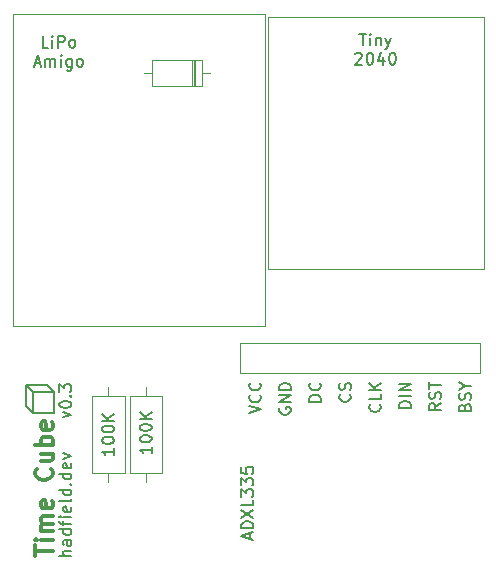
<source format=gbr>
%TF.GenerationSoftware,KiCad,Pcbnew,6.0.2+dfsg-1*%
%TF.CreationDate,2022-08-14T14:56:28+10:00*%
%TF.ProjectId,pcb,7063622e-6b69-4636-9164-5f7063625858,rev?*%
%TF.SameCoordinates,Original*%
%TF.FileFunction,Legend,Top*%
%TF.FilePolarity,Positive*%
%FSLAX46Y46*%
G04 Gerber Fmt 4.6, Leading zero omitted, Abs format (unit mm)*
G04 Created by KiCad (PCBNEW 6.0.2+dfsg-1) date 2022-08-14 14:56:28*
%MOMM*%
%LPD*%
G01*
G04 APERTURE LIST*
%ADD10C,0.200000*%
%ADD11C,0.150000*%
%ADD12C,0.300000*%
%ADD13C,0.120000*%
G04 APERTURE END LIST*
D10*
X101800000Y-102000000D02*
X101200000Y-101400000D01*
X103000000Y-101400000D02*
X103600000Y-102000000D01*
X101200000Y-101400000D02*
X103000000Y-101400000D01*
X101200000Y-103200000D02*
X101200000Y-101400000D01*
X101800000Y-103800000D02*
X101200000Y-103200000D01*
X103600000Y-103800000D02*
X101800000Y-103800000D01*
X101800000Y-103800000D02*
X101800000Y-102000000D01*
X101800000Y-102000000D02*
X103600000Y-102000000D01*
X103600000Y-102000000D02*
X103600000Y-103800000D01*
D11*
X122690000Y-103348214D02*
X122642380Y-103443452D01*
X122642380Y-103586309D01*
X122690000Y-103729166D01*
X122785238Y-103824404D01*
X122880476Y-103872023D01*
X123070952Y-103919642D01*
X123213809Y-103919642D01*
X123404285Y-103872023D01*
X123499523Y-103824404D01*
X123594761Y-103729166D01*
X123642380Y-103586309D01*
X123642380Y-103491071D01*
X123594761Y-103348214D01*
X123547142Y-103300595D01*
X123213809Y-103300595D01*
X123213809Y-103491071D01*
X123642380Y-102872023D02*
X122642380Y-102872023D01*
X123642380Y-102300595D01*
X122642380Y-102300595D01*
X123642380Y-101824404D02*
X122642380Y-101824404D01*
X122642380Y-101586309D01*
X122690000Y-101443452D01*
X122785238Y-101348214D01*
X122880476Y-101300595D01*
X123070952Y-101252976D01*
X123213809Y-101252976D01*
X123404285Y-101300595D01*
X123499523Y-101348214D01*
X123594761Y-101443452D01*
X123642380Y-101586309D01*
X123642380Y-101824404D01*
X131167142Y-103062500D02*
X131214761Y-103110119D01*
X131262380Y-103252976D01*
X131262380Y-103348214D01*
X131214761Y-103491071D01*
X131119523Y-103586309D01*
X131024285Y-103633928D01*
X130833809Y-103681547D01*
X130690952Y-103681547D01*
X130500476Y-103633928D01*
X130405238Y-103586309D01*
X130310000Y-103491071D01*
X130262380Y-103348214D01*
X130262380Y-103252976D01*
X130310000Y-103110119D01*
X130357619Y-103062500D01*
X131262380Y-102157738D02*
X131262380Y-102633928D01*
X130262380Y-102633928D01*
X131262380Y-101824404D02*
X130262380Y-101824404D01*
X131262380Y-101252976D02*
X130690952Y-101681547D01*
X130262380Y-101252976D02*
X130833809Y-101824404D01*
X120166666Y-114447619D02*
X120166666Y-113971428D01*
X120452380Y-114542857D02*
X119452380Y-114209523D01*
X120452380Y-113876190D01*
X120452380Y-113542857D02*
X119452380Y-113542857D01*
X119452380Y-113304761D01*
X119500000Y-113161904D01*
X119595238Y-113066666D01*
X119690476Y-113019047D01*
X119880952Y-112971428D01*
X120023809Y-112971428D01*
X120214285Y-113019047D01*
X120309523Y-113066666D01*
X120404761Y-113161904D01*
X120452380Y-113304761D01*
X120452380Y-113542857D01*
X119452380Y-112638095D02*
X120452380Y-111971428D01*
X119452380Y-111971428D02*
X120452380Y-112638095D01*
X120452380Y-111114285D02*
X120452380Y-111590476D01*
X119452380Y-111590476D01*
X119452380Y-110876190D02*
X119452380Y-110257142D01*
X119833333Y-110590476D01*
X119833333Y-110447619D01*
X119880952Y-110352380D01*
X119928571Y-110304761D01*
X120023809Y-110257142D01*
X120261904Y-110257142D01*
X120357142Y-110304761D01*
X120404761Y-110352380D01*
X120452380Y-110447619D01*
X120452380Y-110733333D01*
X120404761Y-110828571D01*
X120357142Y-110876190D01*
X119452380Y-109923809D02*
X119452380Y-109304761D01*
X119833333Y-109638095D01*
X119833333Y-109495238D01*
X119880952Y-109400000D01*
X119928571Y-109352380D01*
X120023809Y-109304761D01*
X120261904Y-109304761D01*
X120357142Y-109352380D01*
X120404761Y-109400000D01*
X120452380Y-109495238D01*
X120452380Y-109780952D01*
X120404761Y-109876190D01*
X120357142Y-109923809D01*
X119452380Y-108400000D02*
X119452380Y-108876190D01*
X119928571Y-108923809D01*
X119880952Y-108876190D01*
X119833333Y-108780952D01*
X119833333Y-108542857D01*
X119880952Y-108447619D01*
X119928571Y-108400000D01*
X120023809Y-108352380D01*
X120261904Y-108352380D01*
X120357142Y-108400000D01*
X120404761Y-108447619D01*
X120452380Y-108542857D01*
X120452380Y-108780952D01*
X120404761Y-108876190D01*
X120357142Y-108923809D01*
X129452857Y-71672380D02*
X130024285Y-71672380D01*
X129738571Y-72672380D02*
X129738571Y-71672380D01*
X130357619Y-72672380D02*
X130357619Y-72005714D01*
X130357619Y-71672380D02*
X130310000Y-71720000D01*
X130357619Y-71767619D01*
X130405238Y-71720000D01*
X130357619Y-71672380D01*
X130357619Y-71767619D01*
X130833809Y-72005714D02*
X130833809Y-72672380D01*
X130833809Y-72100952D02*
X130881428Y-72053333D01*
X130976666Y-72005714D01*
X131119523Y-72005714D01*
X131214761Y-72053333D01*
X131262380Y-72148571D01*
X131262380Y-72672380D01*
X131643333Y-72005714D02*
X131881428Y-72672380D01*
X132119523Y-72005714D02*
X131881428Y-72672380D01*
X131786190Y-72910476D01*
X131738571Y-72958095D01*
X131643333Y-73005714D01*
X129095714Y-73377619D02*
X129143333Y-73330000D01*
X129238571Y-73282380D01*
X129476666Y-73282380D01*
X129571904Y-73330000D01*
X129619523Y-73377619D01*
X129667142Y-73472857D01*
X129667142Y-73568095D01*
X129619523Y-73710952D01*
X129048095Y-74282380D01*
X129667142Y-74282380D01*
X130286190Y-73282380D02*
X130381428Y-73282380D01*
X130476666Y-73330000D01*
X130524285Y-73377619D01*
X130571904Y-73472857D01*
X130619523Y-73663333D01*
X130619523Y-73901428D01*
X130571904Y-74091904D01*
X130524285Y-74187142D01*
X130476666Y-74234761D01*
X130381428Y-74282380D01*
X130286190Y-74282380D01*
X130190952Y-74234761D01*
X130143333Y-74187142D01*
X130095714Y-74091904D01*
X130048095Y-73901428D01*
X130048095Y-73663333D01*
X130095714Y-73472857D01*
X130143333Y-73377619D01*
X130190952Y-73330000D01*
X130286190Y-73282380D01*
X131476666Y-73615714D02*
X131476666Y-74282380D01*
X131238571Y-73234761D02*
X131000476Y-73949047D01*
X131619523Y-73949047D01*
X132190952Y-73282380D02*
X132286190Y-73282380D01*
X132381428Y-73330000D01*
X132429047Y-73377619D01*
X132476666Y-73472857D01*
X132524285Y-73663333D01*
X132524285Y-73901428D01*
X132476666Y-74091904D01*
X132429047Y-74187142D01*
X132381428Y-74234761D01*
X132286190Y-74282380D01*
X132190952Y-74282380D01*
X132095714Y-74234761D01*
X132048095Y-74187142D01*
X132000476Y-74091904D01*
X131952857Y-73901428D01*
X131952857Y-73663333D01*
X132000476Y-73472857D01*
X132048095Y-73377619D01*
X132095714Y-73330000D01*
X132190952Y-73282380D01*
X104385714Y-104159642D02*
X105052380Y-103921547D01*
X104385714Y-103683452D01*
X104052380Y-103112023D02*
X104052380Y-103016785D01*
X104100000Y-102921547D01*
X104147619Y-102873928D01*
X104242857Y-102826309D01*
X104433333Y-102778690D01*
X104671428Y-102778690D01*
X104861904Y-102826309D01*
X104957142Y-102873928D01*
X105004761Y-102921547D01*
X105052380Y-103016785D01*
X105052380Y-103112023D01*
X105004761Y-103207261D01*
X104957142Y-103254880D01*
X104861904Y-103302500D01*
X104671428Y-103350119D01*
X104433333Y-103350119D01*
X104242857Y-103302500D01*
X104147619Y-103254880D01*
X104100000Y-103207261D01*
X104052380Y-103112023D01*
X104957142Y-102350119D02*
X105004761Y-102302500D01*
X105052380Y-102350119D01*
X105004761Y-102397738D01*
X104957142Y-102350119D01*
X105052380Y-102350119D01*
X104052380Y-101969166D02*
X104052380Y-101350119D01*
X104433333Y-101683452D01*
X104433333Y-101540595D01*
X104480952Y-101445357D01*
X104528571Y-101397738D01*
X104623809Y-101350119D01*
X104861904Y-101350119D01*
X104957142Y-101397738D01*
X105004761Y-101445357D01*
X105052380Y-101540595D01*
X105052380Y-101826309D01*
X105004761Y-101921547D01*
X104957142Y-101969166D01*
X138358571Y-103300595D02*
X138406190Y-103157738D01*
X138453809Y-103110119D01*
X138549047Y-103062500D01*
X138691904Y-103062500D01*
X138787142Y-103110119D01*
X138834761Y-103157738D01*
X138882380Y-103252976D01*
X138882380Y-103633928D01*
X137882380Y-103633928D01*
X137882380Y-103300595D01*
X137930000Y-103205357D01*
X137977619Y-103157738D01*
X138072857Y-103110119D01*
X138168095Y-103110119D01*
X138263333Y-103157738D01*
X138310952Y-103205357D01*
X138358571Y-103300595D01*
X138358571Y-103633928D01*
X138834761Y-102681547D02*
X138882380Y-102538690D01*
X138882380Y-102300595D01*
X138834761Y-102205357D01*
X138787142Y-102157738D01*
X138691904Y-102110119D01*
X138596666Y-102110119D01*
X138501428Y-102157738D01*
X138453809Y-102205357D01*
X138406190Y-102300595D01*
X138358571Y-102491071D01*
X138310952Y-102586309D01*
X138263333Y-102633928D01*
X138168095Y-102681547D01*
X138072857Y-102681547D01*
X137977619Y-102633928D01*
X137930000Y-102586309D01*
X137882380Y-102491071D01*
X137882380Y-102252976D01*
X137930000Y-102110119D01*
X138406190Y-101491071D02*
X138882380Y-101491071D01*
X137882380Y-101824404D02*
X138406190Y-101491071D01*
X137882380Y-101157738D01*
X128627142Y-102205357D02*
X128674761Y-102252976D01*
X128722380Y-102395833D01*
X128722380Y-102491071D01*
X128674761Y-102633928D01*
X128579523Y-102729166D01*
X128484285Y-102776785D01*
X128293809Y-102824404D01*
X128150952Y-102824404D01*
X127960476Y-102776785D01*
X127865238Y-102729166D01*
X127770000Y-102633928D01*
X127722380Y-102491071D01*
X127722380Y-102395833D01*
X127770000Y-102252976D01*
X127817619Y-102205357D01*
X128674761Y-101824404D02*
X128722380Y-101681547D01*
X128722380Y-101443452D01*
X128674761Y-101348214D01*
X128627142Y-101300595D01*
X128531904Y-101252976D01*
X128436666Y-101252976D01*
X128341428Y-101300595D01*
X128293809Y-101348214D01*
X128246190Y-101443452D01*
X128198571Y-101633928D01*
X128150952Y-101729166D01*
X128103333Y-101776785D01*
X128008095Y-101824404D01*
X127912857Y-101824404D01*
X127817619Y-101776785D01*
X127770000Y-101729166D01*
X127722380Y-101633928D01*
X127722380Y-101395833D01*
X127770000Y-101252976D01*
X105052380Y-115864404D02*
X104052380Y-115864404D01*
X105052380Y-115435833D02*
X104528571Y-115435833D01*
X104433333Y-115483452D01*
X104385714Y-115578690D01*
X104385714Y-115721547D01*
X104433333Y-115816785D01*
X104480952Y-115864404D01*
X105052380Y-114531071D02*
X104528571Y-114531071D01*
X104433333Y-114578690D01*
X104385714Y-114673928D01*
X104385714Y-114864404D01*
X104433333Y-114959642D01*
X105004761Y-114531071D02*
X105052380Y-114626309D01*
X105052380Y-114864404D01*
X105004761Y-114959642D01*
X104909523Y-115007261D01*
X104814285Y-115007261D01*
X104719047Y-114959642D01*
X104671428Y-114864404D01*
X104671428Y-114626309D01*
X104623809Y-114531071D01*
X105052380Y-113626309D02*
X104052380Y-113626309D01*
X105004761Y-113626309D02*
X105052380Y-113721547D01*
X105052380Y-113912023D01*
X105004761Y-114007261D01*
X104957142Y-114054880D01*
X104861904Y-114102500D01*
X104576190Y-114102500D01*
X104480952Y-114054880D01*
X104433333Y-114007261D01*
X104385714Y-113912023D01*
X104385714Y-113721547D01*
X104433333Y-113626309D01*
X104385714Y-113292976D02*
X104385714Y-112912023D01*
X105052380Y-113150119D02*
X104195238Y-113150119D01*
X104100000Y-113102500D01*
X104052380Y-113007261D01*
X104052380Y-112912023D01*
X105052380Y-112578690D02*
X104385714Y-112578690D01*
X104052380Y-112578690D02*
X104100000Y-112626309D01*
X104147619Y-112578690D01*
X104100000Y-112531071D01*
X104052380Y-112578690D01*
X104147619Y-112578690D01*
X105004761Y-111721547D02*
X105052380Y-111816785D01*
X105052380Y-112007261D01*
X105004761Y-112102500D01*
X104909523Y-112150119D01*
X104528571Y-112150119D01*
X104433333Y-112102500D01*
X104385714Y-112007261D01*
X104385714Y-111816785D01*
X104433333Y-111721547D01*
X104528571Y-111673928D01*
X104623809Y-111673928D01*
X104719047Y-112150119D01*
X105052380Y-111102500D02*
X105004761Y-111197738D01*
X104909523Y-111245357D01*
X104052380Y-111245357D01*
X105052380Y-110292976D02*
X104052380Y-110292976D01*
X105004761Y-110292976D02*
X105052380Y-110388214D01*
X105052380Y-110578690D01*
X105004761Y-110673928D01*
X104957142Y-110721547D01*
X104861904Y-110769166D01*
X104576190Y-110769166D01*
X104480952Y-110721547D01*
X104433333Y-110673928D01*
X104385714Y-110578690D01*
X104385714Y-110388214D01*
X104433333Y-110292976D01*
X104957142Y-109816785D02*
X105004761Y-109769166D01*
X105052380Y-109816785D01*
X105004761Y-109864404D01*
X104957142Y-109816785D01*
X105052380Y-109816785D01*
X105052380Y-108912023D02*
X104052380Y-108912023D01*
X105004761Y-108912023D02*
X105052380Y-109007261D01*
X105052380Y-109197738D01*
X105004761Y-109292976D01*
X104957142Y-109340595D01*
X104861904Y-109388214D01*
X104576190Y-109388214D01*
X104480952Y-109340595D01*
X104433333Y-109292976D01*
X104385714Y-109197738D01*
X104385714Y-109007261D01*
X104433333Y-108912023D01*
X105004761Y-108054880D02*
X105052380Y-108150119D01*
X105052380Y-108340595D01*
X105004761Y-108435833D01*
X104909523Y-108483452D01*
X104528571Y-108483452D01*
X104433333Y-108435833D01*
X104385714Y-108340595D01*
X104385714Y-108150119D01*
X104433333Y-108054880D01*
X104528571Y-108007261D01*
X104623809Y-108007261D01*
X104719047Y-108483452D01*
X104385714Y-107673928D02*
X105052380Y-107435833D01*
X104385714Y-107197738D01*
X126182380Y-102824404D02*
X125182380Y-102824404D01*
X125182380Y-102586309D01*
X125230000Y-102443452D01*
X125325238Y-102348214D01*
X125420476Y-102300595D01*
X125610952Y-102252976D01*
X125753809Y-102252976D01*
X125944285Y-102300595D01*
X126039523Y-102348214D01*
X126134761Y-102443452D01*
X126182380Y-102586309D01*
X126182380Y-102824404D01*
X126087142Y-101252976D02*
X126134761Y-101300595D01*
X126182380Y-101443452D01*
X126182380Y-101538690D01*
X126134761Y-101681547D01*
X126039523Y-101776785D01*
X125944285Y-101824404D01*
X125753809Y-101872023D01*
X125610952Y-101872023D01*
X125420476Y-101824404D01*
X125325238Y-101776785D01*
X125230000Y-101681547D01*
X125182380Y-101538690D01*
X125182380Y-101443452D01*
X125230000Y-101300595D01*
X125277619Y-101252976D01*
X103119047Y-72847380D02*
X102642857Y-72847380D01*
X102642857Y-71847380D01*
X103452380Y-72847380D02*
X103452380Y-72180714D01*
X103452380Y-71847380D02*
X103404761Y-71895000D01*
X103452380Y-71942619D01*
X103500000Y-71895000D01*
X103452380Y-71847380D01*
X103452380Y-71942619D01*
X103928571Y-72847380D02*
X103928571Y-71847380D01*
X104309523Y-71847380D01*
X104404761Y-71895000D01*
X104452380Y-71942619D01*
X104500000Y-72037857D01*
X104500000Y-72180714D01*
X104452380Y-72275952D01*
X104404761Y-72323571D01*
X104309523Y-72371190D01*
X103928571Y-72371190D01*
X105071428Y-72847380D02*
X104976190Y-72799761D01*
X104928571Y-72752142D01*
X104880952Y-72656904D01*
X104880952Y-72371190D01*
X104928571Y-72275952D01*
X104976190Y-72228333D01*
X105071428Y-72180714D01*
X105214285Y-72180714D01*
X105309523Y-72228333D01*
X105357142Y-72275952D01*
X105404761Y-72371190D01*
X105404761Y-72656904D01*
X105357142Y-72752142D01*
X105309523Y-72799761D01*
X105214285Y-72847380D01*
X105071428Y-72847380D01*
X101952380Y-74171666D02*
X102428571Y-74171666D01*
X101857142Y-74457380D02*
X102190476Y-73457380D01*
X102523809Y-74457380D01*
X102857142Y-74457380D02*
X102857142Y-73790714D01*
X102857142Y-73885952D02*
X102904761Y-73838333D01*
X103000000Y-73790714D01*
X103142857Y-73790714D01*
X103238095Y-73838333D01*
X103285714Y-73933571D01*
X103285714Y-74457380D01*
X103285714Y-73933571D02*
X103333333Y-73838333D01*
X103428571Y-73790714D01*
X103571428Y-73790714D01*
X103666666Y-73838333D01*
X103714285Y-73933571D01*
X103714285Y-74457380D01*
X104190476Y-74457380D02*
X104190476Y-73790714D01*
X104190476Y-73457380D02*
X104142857Y-73505000D01*
X104190476Y-73552619D01*
X104238095Y-73505000D01*
X104190476Y-73457380D01*
X104190476Y-73552619D01*
X105095238Y-73790714D02*
X105095238Y-74600238D01*
X105047619Y-74695476D01*
X105000000Y-74743095D01*
X104904761Y-74790714D01*
X104761904Y-74790714D01*
X104666666Y-74743095D01*
X105095238Y-74409761D02*
X105000000Y-74457380D01*
X104809523Y-74457380D01*
X104714285Y-74409761D01*
X104666666Y-74362142D01*
X104619047Y-74266904D01*
X104619047Y-73981190D01*
X104666666Y-73885952D01*
X104714285Y-73838333D01*
X104809523Y-73790714D01*
X105000000Y-73790714D01*
X105095238Y-73838333D01*
X105714285Y-74457380D02*
X105619047Y-74409761D01*
X105571428Y-74362142D01*
X105523809Y-74266904D01*
X105523809Y-73981190D01*
X105571428Y-73885952D01*
X105619047Y-73838333D01*
X105714285Y-73790714D01*
X105857142Y-73790714D01*
X105952380Y-73838333D01*
X106000000Y-73885952D01*
X106047619Y-73981190D01*
X106047619Y-74266904D01*
X106000000Y-74362142D01*
X105952380Y-74409761D01*
X105857142Y-74457380D01*
X105714285Y-74457380D01*
X120102380Y-103824404D02*
X121102380Y-103491071D01*
X120102380Y-103157738D01*
X121007142Y-102252976D02*
X121054761Y-102300595D01*
X121102380Y-102443452D01*
X121102380Y-102538690D01*
X121054761Y-102681547D01*
X120959523Y-102776785D01*
X120864285Y-102824404D01*
X120673809Y-102872023D01*
X120530952Y-102872023D01*
X120340476Y-102824404D01*
X120245238Y-102776785D01*
X120150000Y-102681547D01*
X120102380Y-102538690D01*
X120102380Y-102443452D01*
X120150000Y-102300595D01*
X120197619Y-102252976D01*
X121007142Y-101252976D02*
X121054761Y-101300595D01*
X121102380Y-101443452D01*
X121102380Y-101538690D01*
X121054761Y-101681547D01*
X120959523Y-101776785D01*
X120864285Y-101824404D01*
X120673809Y-101872023D01*
X120530952Y-101872023D01*
X120340476Y-101824404D01*
X120245238Y-101776785D01*
X120150000Y-101681547D01*
X120102380Y-101538690D01*
X120102380Y-101443452D01*
X120150000Y-101300595D01*
X120197619Y-101252976D01*
X136342380Y-102967261D02*
X135866190Y-103300595D01*
X136342380Y-103538690D02*
X135342380Y-103538690D01*
X135342380Y-103157738D01*
X135390000Y-103062500D01*
X135437619Y-103014880D01*
X135532857Y-102967261D01*
X135675714Y-102967261D01*
X135770952Y-103014880D01*
X135818571Y-103062500D01*
X135866190Y-103157738D01*
X135866190Y-103538690D01*
X136294761Y-102586309D02*
X136342380Y-102443452D01*
X136342380Y-102205357D01*
X136294761Y-102110119D01*
X136247142Y-102062500D01*
X136151904Y-102014880D01*
X136056666Y-102014880D01*
X135961428Y-102062500D01*
X135913809Y-102110119D01*
X135866190Y-102205357D01*
X135818571Y-102395833D01*
X135770952Y-102491071D01*
X135723333Y-102538690D01*
X135628095Y-102586309D01*
X135532857Y-102586309D01*
X135437619Y-102538690D01*
X135390000Y-102491071D01*
X135342380Y-102395833D01*
X135342380Y-102157738D01*
X135390000Y-102014880D01*
X135342380Y-101729166D02*
X135342380Y-101157738D01*
X136342380Y-101443452D02*
X135342380Y-101443452D01*
X133802380Y-103348214D02*
X132802380Y-103348214D01*
X132802380Y-103110119D01*
X132850000Y-102967261D01*
X132945238Y-102872023D01*
X133040476Y-102824404D01*
X133230952Y-102776785D01*
X133373809Y-102776785D01*
X133564285Y-102824404D01*
X133659523Y-102872023D01*
X133754761Y-102967261D01*
X133802380Y-103110119D01*
X133802380Y-103348214D01*
X133802380Y-102348214D02*
X132802380Y-102348214D01*
X133802380Y-101872023D02*
X132802380Y-101872023D01*
X133802380Y-101300595D01*
X132802380Y-101300595D01*
D12*
X101978571Y-115862142D02*
X101978571Y-115005000D01*
X103478571Y-115433571D02*
X101978571Y-115433571D01*
X103478571Y-114505000D02*
X102478571Y-114505000D01*
X101978571Y-114505000D02*
X102050000Y-114576428D01*
X102121428Y-114505000D01*
X102050000Y-114433571D01*
X101978571Y-114505000D01*
X102121428Y-114505000D01*
X103478571Y-113790714D02*
X102478571Y-113790714D01*
X102621428Y-113790714D02*
X102550000Y-113719285D01*
X102478571Y-113576428D01*
X102478571Y-113362142D01*
X102550000Y-113219285D01*
X102692857Y-113147857D01*
X103478571Y-113147857D01*
X102692857Y-113147857D02*
X102550000Y-113076428D01*
X102478571Y-112933571D01*
X102478571Y-112719285D01*
X102550000Y-112576428D01*
X102692857Y-112505000D01*
X103478571Y-112505000D01*
X103407142Y-111219285D02*
X103478571Y-111362142D01*
X103478571Y-111647857D01*
X103407142Y-111790714D01*
X103264285Y-111862142D01*
X102692857Y-111862142D01*
X102550000Y-111790714D01*
X102478571Y-111647857D01*
X102478571Y-111362142D01*
X102550000Y-111219285D01*
X102692857Y-111147857D01*
X102835714Y-111147857D01*
X102978571Y-111862142D01*
X103335714Y-108505000D02*
X103407142Y-108576428D01*
X103478571Y-108790714D01*
X103478571Y-108933571D01*
X103407142Y-109147857D01*
X103264285Y-109290714D01*
X103121428Y-109362142D01*
X102835714Y-109433571D01*
X102621428Y-109433571D01*
X102335714Y-109362142D01*
X102192857Y-109290714D01*
X102050000Y-109147857D01*
X101978571Y-108933571D01*
X101978571Y-108790714D01*
X102050000Y-108576428D01*
X102121428Y-108505000D01*
X102478571Y-107219285D02*
X103478571Y-107219285D01*
X102478571Y-107862142D02*
X103264285Y-107862142D01*
X103407142Y-107790714D01*
X103478571Y-107647857D01*
X103478571Y-107433571D01*
X103407142Y-107290714D01*
X103335714Y-107219285D01*
X103478571Y-106505000D02*
X101978571Y-106505000D01*
X102550000Y-106505000D02*
X102478571Y-106362142D01*
X102478571Y-106076428D01*
X102550000Y-105933571D01*
X102621428Y-105862142D01*
X102764285Y-105790714D01*
X103192857Y-105790714D01*
X103335714Y-105862142D01*
X103407142Y-105933571D01*
X103478571Y-106076428D01*
X103478571Y-106362142D01*
X103407142Y-106505000D01*
X103407142Y-104576428D02*
X103478571Y-104719285D01*
X103478571Y-105005000D01*
X103407142Y-105147857D01*
X103264285Y-105219285D01*
X102692857Y-105219285D01*
X102550000Y-105147857D01*
X102478571Y-105005000D01*
X102478571Y-104719285D01*
X102550000Y-104576428D01*
X102692857Y-104505000D01*
X102835714Y-104505000D01*
X102978571Y-105219285D01*
D11*
%TO.C,R1*%
X108647380Y-106766666D02*
X108647380Y-107338095D01*
X108647380Y-107052380D02*
X107647380Y-107052380D01*
X107790238Y-107147619D01*
X107885476Y-107242857D01*
X107933095Y-107338095D01*
X107647380Y-106147619D02*
X107647380Y-106052380D01*
X107695000Y-105957142D01*
X107742619Y-105909523D01*
X107837857Y-105861904D01*
X108028333Y-105814285D01*
X108266428Y-105814285D01*
X108456904Y-105861904D01*
X108552142Y-105909523D01*
X108599761Y-105957142D01*
X108647380Y-106052380D01*
X108647380Y-106147619D01*
X108599761Y-106242857D01*
X108552142Y-106290476D01*
X108456904Y-106338095D01*
X108266428Y-106385714D01*
X108028333Y-106385714D01*
X107837857Y-106338095D01*
X107742619Y-106290476D01*
X107695000Y-106242857D01*
X107647380Y-106147619D01*
X107647380Y-105195238D02*
X107647380Y-105100000D01*
X107695000Y-105004761D01*
X107742619Y-104957142D01*
X107837857Y-104909523D01*
X108028333Y-104861904D01*
X108266428Y-104861904D01*
X108456904Y-104909523D01*
X108552142Y-104957142D01*
X108599761Y-105004761D01*
X108647380Y-105100000D01*
X108647380Y-105195238D01*
X108599761Y-105290476D01*
X108552142Y-105338095D01*
X108456904Y-105385714D01*
X108266428Y-105433333D01*
X108028333Y-105433333D01*
X107837857Y-105385714D01*
X107742619Y-105338095D01*
X107695000Y-105290476D01*
X107647380Y-105195238D01*
X108647380Y-104433333D02*
X107647380Y-104433333D01*
X108647380Y-103861904D02*
X108075952Y-104290476D01*
X107647380Y-103861904D02*
X108218809Y-104433333D01*
%TO.C,R2*%
X111852380Y-106639666D02*
X111852380Y-107211095D01*
X111852380Y-106925380D02*
X110852380Y-106925380D01*
X110995238Y-107020619D01*
X111090476Y-107115857D01*
X111138095Y-107211095D01*
X110852380Y-106020619D02*
X110852380Y-105925380D01*
X110900000Y-105830142D01*
X110947619Y-105782523D01*
X111042857Y-105734904D01*
X111233333Y-105687285D01*
X111471428Y-105687285D01*
X111661904Y-105734904D01*
X111757142Y-105782523D01*
X111804761Y-105830142D01*
X111852380Y-105925380D01*
X111852380Y-106020619D01*
X111804761Y-106115857D01*
X111757142Y-106163476D01*
X111661904Y-106211095D01*
X111471428Y-106258714D01*
X111233333Y-106258714D01*
X111042857Y-106211095D01*
X110947619Y-106163476D01*
X110900000Y-106115857D01*
X110852380Y-106020619D01*
X110852380Y-105068238D02*
X110852380Y-104973000D01*
X110900000Y-104877761D01*
X110947619Y-104830142D01*
X111042857Y-104782523D01*
X111233333Y-104734904D01*
X111471428Y-104734904D01*
X111661904Y-104782523D01*
X111757142Y-104830142D01*
X111804761Y-104877761D01*
X111852380Y-104973000D01*
X111852380Y-105068238D01*
X111804761Y-105163476D01*
X111757142Y-105211095D01*
X111661904Y-105258714D01*
X111471428Y-105306333D01*
X111233333Y-105306333D01*
X111042857Y-105258714D01*
X110947619Y-105211095D01*
X110900000Y-105163476D01*
X110852380Y-105068238D01*
X111852380Y-104306333D02*
X110852380Y-104306333D01*
X111852380Y-103734904D02*
X111280952Y-104163476D01*
X110852380Y-103734904D02*
X111423809Y-104306333D01*
D13*
%TO.C,U5*%
X119320000Y-100425000D02*
X139640000Y-100425000D01*
X139640000Y-100425000D02*
X139640000Y-97885000D01*
X139640000Y-97885000D02*
X119320000Y-97885000D01*
X119320000Y-97885000D02*
X119320000Y-100425000D01*
%TO.C,U3*%
X121666000Y-70231000D02*
X139954000Y-70231000D01*
X139954000Y-70231000D02*
X139954000Y-91567000D01*
X139954000Y-91567000D02*
X121666000Y-91567000D01*
X121666000Y-91567000D02*
X121666000Y-70231000D01*
%TO.C,R1*%
X106830000Y-102330000D02*
X106830000Y-108870000D01*
X109570000Y-108870000D02*
X109570000Y-102330000D01*
X108200000Y-109640000D02*
X108200000Y-108870000D01*
X109570000Y-102330000D02*
X106830000Y-102330000D01*
X108200000Y-101560000D02*
X108200000Y-102330000D01*
X106830000Y-108870000D02*
X109570000Y-108870000D01*
%TO.C,D1*%
X115400000Y-76120000D02*
X115400000Y-73880000D01*
X111880000Y-76120000D02*
X116120000Y-76120000D01*
X116120000Y-76120000D02*
X116120000Y-73880000D01*
X111880000Y-73880000D02*
X111880000Y-76120000D01*
X115280000Y-76120000D02*
X115280000Y-73880000D01*
X116120000Y-73880000D02*
X111880000Y-73880000D01*
X115520000Y-76120000D02*
X115520000Y-73880000D01*
X116770000Y-75000000D02*
X116120000Y-75000000D01*
X111230000Y-75000000D02*
X111880000Y-75000000D01*
%TO.C,U1*%
X100076000Y-69977000D02*
X121412000Y-69977000D01*
X121412000Y-69977000D02*
X121412000Y-96393000D01*
X121412000Y-96393000D02*
X100076000Y-96393000D01*
X100076000Y-96393000D02*
X100076000Y-69977000D01*
%TO.C,R2*%
X112770000Y-102330000D02*
X110030000Y-102330000D01*
X110030000Y-108870000D02*
X112770000Y-108870000D01*
X111400000Y-101560000D02*
X111400000Y-102330000D01*
X110030000Y-102330000D02*
X110030000Y-108870000D01*
X111400000Y-109640000D02*
X111400000Y-108870000D01*
X112770000Y-108870000D02*
X112770000Y-102330000D01*
%TD*%
M02*

</source>
